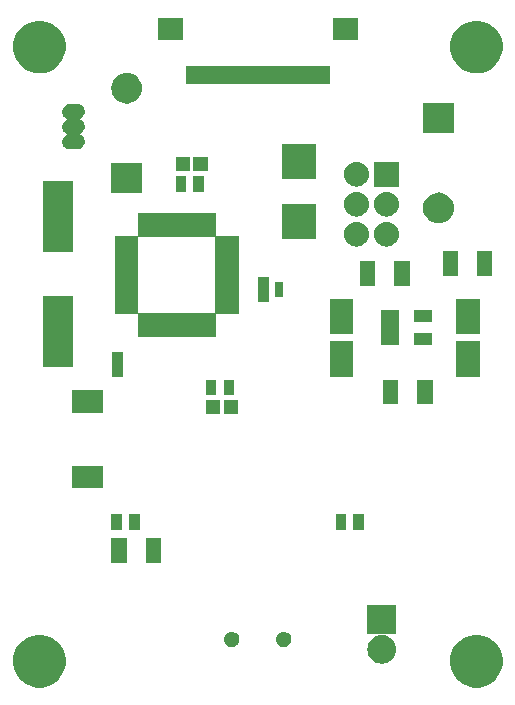
<source format=gts>
G04 #@! TF.FileFunction,Soldermask,Top*
%FSLAX46Y46*%
G04 Gerber Fmt 4.6, Leading zero omitted, Abs format (unit mm)*
G04 Created by KiCad (PCBNEW 4.0.7) date 2017 November 19, Sunday 17:56:15*
%MOMM*%
%LPD*%
G01*
G04 APERTURE LIST*
%ADD10C,0.100000*%
G04 APERTURE END LIST*
D10*
G36*
X123234436Y-131769485D02*
X123663216Y-131857501D01*
X124066729Y-132027122D01*
X124429615Y-132271891D01*
X124738048Y-132582485D01*
X124980278Y-132947069D01*
X125147078Y-133351757D01*
X125232030Y-133780797D01*
X125232030Y-133780807D01*
X125232096Y-133781141D01*
X125225115Y-134281097D01*
X125225039Y-134281431D01*
X125225039Y-134281443D01*
X125128143Y-134707936D01*
X124950105Y-135107813D01*
X124697791Y-135465492D01*
X124380804Y-135767355D01*
X124011230Y-136001893D01*
X123603133Y-136160184D01*
X123172068Y-136236192D01*
X122734446Y-136227026D01*
X122306932Y-136133031D01*
X121905827Y-135957792D01*
X121546396Y-135707980D01*
X121242329Y-135393110D01*
X121005216Y-135025183D01*
X120844081Y-134618202D01*
X120765063Y-134187670D01*
X120771175Y-133749996D01*
X120862181Y-133321846D01*
X121034618Y-132919522D01*
X121281914Y-132558355D01*
X121594653Y-132252097D01*
X121960919Y-132012420D01*
X122366764Y-131848448D01*
X122796726Y-131766428D01*
X123234436Y-131769485D01*
X123234436Y-131769485D01*
G37*
G36*
X160234436Y-131769485D02*
X160663216Y-131857501D01*
X161066729Y-132027122D01*
X161429615Y-132271891D01*
X161738048Y-132582485D01*
X161980278Y-132947069D01*
X162147078Y-133351757D01*
X162232030Y-133780797D01*
X162232030Y-133780807D01*
X162232096Y-133781141D01*
X162225115Y-134281097D01*
X162225039Y-134281431D01*
X162225039Y-134281443D01*
X162128143Y-134707936D01*
X161950105Y-135107813D01*
X161697791Y-135465492D01*
X161380804Y-135767355D01*
X161011230Y-136001893D01*
X160603133Y-136160184D01*
X160172068Y-136236192D01*
X159734446Y-136227026D01*
X159306932Y-136133031D01*
X158905827Y-135957792D01*
X158546396Y-135707980D01*
X158242329Y-135393110D01*
X158005216Y-135025183D01*
X157844081Y-134618202D01*
X157765063Y-134187670D01*
X157771175Y-133749996D01*
X157862181Y-133321846D01*
X158034618Y-132919522D01*
X158281914Y-132558355D01*
X158594653Y-132252097D01*
X158960919Y-132012420D01*
X159366764Y-131848448D01*
X159796726Y-131766428D01*
X160234436Y-131769485D01*
X160234436Y-131769485D01*
G37*
G36*
X152020838Y-131784104D02*
X152020846Y-131784105D01*
X152022862Y-131784119D01*
X152258705Y-131810573D01*
X152484917Y-131882331D01*
X152692884Y-131996662D01*
X152874683Y-132149209D01*
X153023389Y-132334163D01*
X153133340Y-132544478D01*
X153200345Y-132772144D01*
X153200348Y-132772178D01*
X153200352Y-132772191D01*
X153221857Y-133008487D01*
X153197055Y-133244462D01*
X153197052Y-133244471D01*
X153197048Y-133244511D01*
X153126870Y-133471219D01*
X153013994Y-133679979D01*
X152862719Y-133862838D01*
X152678808Y-134012832D01*
X152469266Y-134124248D01*
X152242073Y-134192841D01*
X152005884Y-134216000D01*
X151994078Y-134216000D01*
X151979162Y-134215896D01*
X151979154Y-134215895D01*
X151977138Y-134215881D01*
X151741295Y-134189427D01*
X151515083Y-134117669D01*
X151307116Y-134003338D01*
X151125317Y-133850791D01*
X150976611Y-133665837D01*
X150866660Y-133455522D01*
X150799655Y-133227856D01*
X150799652Y-133227822D01*
X150799648Y-133227809D01*
X150778143Y-132991513D01*
X150802945Y-132755538D01*
X150802948Y-132755529D01*
X150802952Y-132755489D01*
X150873130Y-132528781D01*
X150986006Y-132320021D01*
X151137281Y-132137162D01*
X151321192Y-131987168D01*
X151530734Y-131875752D01*
X151757927Y-131807159D01*
X151994116Y-131784000D01*
X152005922Y-131784000D01*
X152020838Y-131784104D01*
X152020838Y-131784104D01*
G37*
G36*
X143767868Y-131499951D02*
X143892657Y-131525567D01*
X144010093Y-131574932D01*
X144115700Y-131646164D01*
X144205467Y-131736561D01*
X144275963Y-131842665D01*
X144324506Y-131960440D01*
X144349182Y-132085062D01*
X144349182Y-132085071D01*
X144349248Y-132085405D01*
X144347216Y-132230908D01*
X144347140Y-132231242D01*
X144347140Y-132231254D01*
X144318997Y-132355130D01*
X144267182Y-132471508D01*
X144193751Y-132575603D01*
X144101494Y-132663457D01*
X143993940Y-132731713D01*
X143875170Y-132777782D01*
X143749719Y-132799901D01*
X143622357Y-132797234D01*
X143497933Y-132769877D01*
X143381206Y-132718881D01*
X143276593Y-132646173D01*
X143188104Y-132554539D01*
X143119095Y-132447460D01*
X143072201Y-132329017D01*
X143049204Y-132203716D01*
X143050983Y-132076340D01*
X143077467Y-131951738D01*
X143127652Y-131834650D01*
X143199628Y-131729532D01*
X143290638Y-131640407D01*
X143397235Y-131570652D01*
X143515349Y-131522931D01*
X143640478Y-131499061D01*
X143767868Y-131499951D01*
X143767868Y-131499951D01*
G37*
G36*
X139368588Y-131499951D02*
X139493377Y-131525567D01*
X139610813Y-131574932D01*
X139716420Y-131646164D01*
X139806187Y-131736561D01*
X139876683Y-131842665D01*
X139925226Y-131960440D01*
X139949902Y-132085062D01*
X139949902Y-132085071D01*
X139949968Y-132085405D01*
X139947936Y-132230908D01*
X139947860Y-132231242D01*
X139947860Y-132231254D01*
X139919717Y-132355130D01*
X139867902Y-132471508D01*
X139794471Y-132575603D01*
X139702214Y-132663457D01*
X139594660Y-132731713D01*
X139475890Y-132777782D01*
X139350439Y-132799901D01*
X139223077Y-132797234D01*
X139098653Y-132769877D01*
X138981926Y-132718881D01*
X138877313Y-132646173D01*
X138788824Y-132554539D01*
X138719815Y-132447460D01*
X138672921Y-132329017D01*
X138649924Y-132203716D01*
X138651703Y-132076340D01*
X138678187Y-131951738D01*
X138728372Y-131834650D01*
X138800348Y-131729532D01*
X138891358Y-131640407D01*
X138997955Y-131570652D01*
X139116069Y-131522931D01*
X139241198Y-131499061D01*
X139368588Y-131499951D01*
X139368588Y-131499951D01*
G37*
G36*
X153216000Y-131676000D02*
X150784000Y-131676000D01*
X150784000Y-129244000D01*
X153216000Y-129244000D01*
X153216000Y-131676000D01*
X153216000Y-131676000D01*
G37*
G36*
X133300000Y-125650000D02*
X132000000Y-125650000D01*
X132000000Y-123550000D01*
X133300000Y-123550000D01*
X133300000Y-125650000D01*
X133300000Y-125650000D01*
G37*
G36*
X130400000Y-125650000D02*
X129100000Y-125650000D01*
X129100000Y-123550000D01*
X130400000Y-123550000D01*
X130400000Y-125650000D01*
X130400000Y-125650000D01*
G37*
G36*
X131500000Y-122850000D02*
X130600000Y-122850000D01*
X130600000Y-121550000D01*
X131500000Y-121550000D01*
X131500000Y-122850000D01*
X131500000Y-122850000D01*
G37*
G36*
X130000000Y-122850000D02*
X129100000Y-122850000D01*
X129100000Y-121550000D01*
X130000000Y-121550000D01*
X130000000Y-122850000D01*
X130000000Y-122850000D01*
G37*
G36*
X150500000Y-122850000D02*
X149600000Y-122850000D01*
X149600000Y-121550000D01*
X150500000Y-121550000D01*
X150500000Y-122850000D01*
X150500000Y-122850000D01*
G37*
G36*
X149000000Y-122850000D02*
X148100000Y-122850000D01*
X148100000Y-121550000D01*
X149000000Y-121550000D01*
X149000000Y-122850000D01*
X149000000Y-122850000D01*
G37*
G36*
X128400000Y-119350000D02*
X125800000Y-119350000D01*
X125800000Y-117450000D01*
X128400000Y-117450000D01*
X128400000Y-119350000D01*
X128400000Y-119350000D01*
G37*
G36*
X139800000Y-113075000D02*
X138600000Y-113075000D01*
X138600000Y-111925000D01*
X139800000Y-111925000D01*
X139800000Y-113075000D01*
X139800000Y-113075000D01*
G37*
G36*
X138300000Y-113075000D02*
X137100000Y-113075000D01*
X137100000Y-111925000D01*
X138300000Y-111925000D01*
X138300000Y-113075000D01*
X138300000Y-113075000D01*
G37*
G36*
X128400000Y-112950000D02*
X125800000Y-112950000D01*
X125800000Y-111050000D01*
X128400000Y-111050000D01*
X128400000Y-112950000D01*
X128400000Y-112950000D01*
G37*
G36*
X153400000Y-112250000D02*
X152100000Y-112250000D01*
X152100000Y-110150000D01*
X153400000Y-110150000D01*
X153400000Y-112250000D01*
X153400000Y-112250000D01*
G37*
G36*
X156300000Y-112250000D02*
X155000000Y-112250000D01*
X155000000Y-110150000D01*
X156300000Y-110150000D01*
X156300000Y-112250000D01*
X156300000Y-112250000D01*
G37*
G36*
X139500000Y-111450000D02*
X138600000Y-111450000D01*
X138600000Y-110150000D01*
X139500000Y-110150000D01*
X139500000Y-111450000D01*
X139500000Y-111450000D01*
G37*
G36*
X138000000Y-111450000D02*
X137100000Y-111450000D01*
X137100000Y-110150000D01*
X138000000Y-110150000D01*
X138000000Y-111450000D01*
X138000000Y-111450000D01*
G37*
G36*
X130050000Y-109900000D02*
X129150000Y-109900000D01*
X129150000Y-107800000D01*
X130050000Y-107800000D01*
X130050000Y-109900000D01*
X130050000Y-109900000D01*
G37*
G36*
X160300000Y-109900000D02*
X158300000Y-109900000D01*
X158300000Y-106900000D01*
X160300000Y-106900000D01*
X160300000Y-109900000D01*
X160300000Y-109900000D01*
G37*
G36*
X149600000Y-109900000D02*
X147600000Y-109900000D01*
X147600000Y-106900000D01*
X149600000Y-106900000D01*
X149600000Y-109900000D01*
X149600000Y-109900000D01*
G37*
G36*
X125850290Y-109049210D02*
X123349710Y-109049210D01*
X123349710Y-103048510D01*
X125850290Y-103048510D01*
X125850290Y-109049210D01*
X125850290Y-109049210D01*
G37*
G36*
X156250000Y-107200000D02*
X154750000Y-107200000D01*
X154750000Y-106200000D01*
X156250000Y-106200000D01*
X156250000Y-107200000D01*
X156250000Y-107200000D01*
G37*
G36*
X153450000Y-107200000D02*
X151950000Y-107200000D01*
X151950000Y-104300000D01*
X153450000Y-104300000D01*
X153450000Y-107200000D01*
X153450000Y-107200000D01*
G37*
G36*
X137925000Y-97975000D02*
X137926980Y-97988930D01*
X137932761Y-98001756D01*
X137941888Y-98012464D01*
X137953636Y-98020206D01*
X137967076Y-98024368D01*
X137975000Y-98025000D01*
X139900000Y-98025000D01*
X139900000Y-104575000D01*
X137975000Y-104575000D01*
X137961070Y-104576980D01*
X137948244Y-104582761D01*
X137937536Y-104591888D01*
X137929794Y-104603636D01*
X137925632Y-104617076D01*
X137925000Y-104625000D01*
X137925000Y-106550000D01*
X131375000Y-106550000D01*
X131375000Y-104625000D01*
X131373020Y-104611070D01*
X131367239Y-104598244D01*
X131358112Y-104587536D01*
X131346364Y-104579794D01*
X131332924Y-104575632D01*
X131325000Y-104575000D01*
X129400000Y-104575000D01*
X129400000Y-98100000D01*
X131400000Y-98100000D01*
X131400000Y-104500000D01*
X131401980Y-104513930D01*
X131407761Y-104526756D01*
X131416888Y-104537464D01*
X131428636Y-104545206D01*
X131442076Y-104549368D01*
X131450000Y-104550000D01*
X137850000Y-104550000D01*
X137863930Y-104548020D01*
X137876756Y-104542239D01*
X137887464Y-104533112D01*
X137895206Y-104521364D01*
X137899368Y-104507924D01*
X137900000Y-104500000D01*
X137900000Y-98100000D01*
X137898020Y-98086070D01*
X137892239Y-98073244D01*
X137883112Y-98062536D01*
X137871364Y-98054794D01*
X137857924Y-98050632D01*
X137850000Y-98050000D01*
X131450000Y-98050000D01*
X131436070Y-98051980D01*
X131423244Y-98057761D01*
X131412536Y-98066888D01*
X131404794Y-98078636D01*
X131400632Y-98092076D01*
X131400000Y-98100000D01*
X129400000Y-98100000D01*
X129400000Y-98025000D01*
X131325000Y-98025000D01*
X131338930Y-98023020D01*
X131351756Y-98017239D01*
X131362464Y-98008112D01*
X131370206Y-97996364D01*
X131374368Y-97982924D01*
X131375000Y-97975000D01*
X131375000Y-96050000D01*
X137925000Y-96050000D01*
X137925000Y-97975000D01*
X137925000Y-97975000D01*
G37*
G36*
X160300000Y-106300000D02*
X158300000Y-106300000D01*
X158300000Y-103300000D01*
X160300000Y-103300000D01*
X160300000Y-106300000D01*
X160300000Y-106300000D01*
G37*
G36*
X149600000Y-106300000D02*
X147600000Y-106300000D01*
X147600000Y-103300000D01*
X149600000Y-103300000D01*
X149600000Y-106300000D01*
X149600000Y-106300000D01*
G37*
G36*
X156250000Y-105300000D02*
X154750000Y-105300000D01*
X154750000Y-104300000D01*
X156250000Y-104300000D01*
X156250000Y-105300000D01*
X156250000Y-105300000D01*
G37*
G36*
X142450000Y-103600000D02*
X141550000Y-103600000D01*
X141550000Y-101500000D01*
X142450000Y-101500000D01*
X142450000Y-103600000D01*
X142450000Y-103600000D01*
G37*
G36*
X143675000Y-103150000D02*
X142925000Y-103150000D01*
X142925000Y-101900000D01*
X143675000Y-101900000D01*
X143675000Y-103150000D01*
X143675000Y-103150000D01*
G37*
G36*
X151450000Y-102250000D02*
X150150000Y-102250000D01*
X150150000Y-100150000D01*
X151450000Y-100150000D01*
X151450000Y-102250000D01*
X151450000Y-102250000D01*
G37*
G36*
X154350000Y-102250000D02*
X153050000Y-102250000D01*
X153050000Y-100150000D01*
X154350000Y-100150000D01*
X154350000Y-102250000D01*
X154350000Y-102250000D01*
G37*
G36*
X158450000Y-101350000D02*
X157150000Y-101350000D01*
X157150000Y-99250000D01*
X158450000Y-99250000D01*
X158450000Y-101350000D01*
X158450000Y-101350000D01*
G37*
G36*
X161350000Y-101350000D02*
X160050000Y-101350000D01*
X160050000Y-99250000D01*
X161350000Y-99250000D01*
X161350000Y-101350000D01*
X161350000Y-101350000D01*
G37*
G36*
X125850290Y-99351490D02*
X123349710Y-99351490D01*
X123349710Y-93350790D01*
X125850290Y-93350790D01*
X125850290Y-99351490D01*
X125850290Y-99351490D01*
G37*
G36*
X149874470Y-96790065D02*
X149879741Y-96790102D01*
X150083388Y-96812945D01*
X150278720Y-96874908D01*
X150458296Y-96973631D01*
X150615277Y-97105353D01*
X150743684Y-97265059D01*
X150838624Y-97446663D01*
X150896483Y-97643250D01*
X150896487Y-97643289D01*
X150896489Y-97643297D01*
X150915057Y-97847328D01*
X150893642Y-98051082D01*
X150893639Y-98051091D01*
X150893635Y-98051132D01*
X150833037Y-98246891D01*
X150735570Y-98427153D01*
X150604947Y-98585049D01*
X150446142Y-98714567D01*
X150265205Y-98810773D01*
X150069027Y-98870003D01*
X149865081Y-98890000D01*
X149854882Y-98890000D01*
X149845530Y-98889935D01*
X149840259Y-98889898D01*
X149636612Y-98867055D01*
X149441280Y-98805092D01*
X149261704Y-98706369D01*
X149104723Y-98574647D01*
X148976316Y-98414941D01*
X148881376Y-98233337D01*
X148823517Y-98036750D01*
X148823513Y-98036711D01*
X148823511Y-98036703D01*
X148804943Y-97832672D01*
X148826358Y-97628918D01*
X148826361Y-97628909D01*
X148826365Y-97628868D01*
X148886963Y-97433109D01*
X148984430Y-97252847D01*
X149115053Y-97094951D01*
X149273858Y-96965433D01*
X149454795Y-96869227D01*
X149650973Y-96809997D01*
X149854919Y-96790000D01*
X149865118Y-96790000D01*
X149874470Y-96790065D01*
X149874470Y-96790065D01*
G37*
G36*
X152414470Y-96790065D02*
X152419741Y-96790102D01*
X152623388Y-96812945D01*
X152818720Y-96874908D01*
X152998296Y-96973631D01*
X153155277Y-97105353D01*
X153283684Y-97265059D01*
X153378624Y-97446663D01*
X153436483Y-97643250D01*
X153436487Y-97643289D01*
X153436489Y-97643297D01*
X153455057Y-97847328D01*
X153433642Y-98051082D01*
X153433639Y-98051091D01*
X153433635Y-98051132D01*
X153373037Y-98246891D01*
X153275570Y-98427153D01*
X153144947Y-98585049D01*
X152986142Y-98714567D01*
X152805205Y-98810773D01*
X152609027Y-98870003D01*
X152405081Y-98890000D01*
X152394882Y-98890000D01*
X152385530Y-98889935D01*
X152380259Y-98889898D01*
X152176612Y-98867055D01*
X151981280Y-98805092D01*
X151801704Y-98706369D01*
X151644723Y-98574647D01*
X151516316Y-98414941D01*
X151421376Y-98233337D01*
X151363517Y-98036750D01*
X151363513Y-98036711D01*
X151363511Y-98036703D01*
X151344943Y-97832672D01*
X151366358Y-97628918D01*
X151366361Y-97628909D01*
X151366365Y-97628868D01*
X151426963Y-97433109D01*
X151524430Y-97252847D01*
X151655053Y-97094951D01*
X151813858Y-96965433D01*
X151994795Y-96869227D01*
X152190973Y-96809997D01*
X152394919Y-96790000D01*
X152405118Y-96790000D01*
X152414470Y-96790065D01*
X152414470Y-96790065D01*
G37*
G36*
X146450000Y-98225000D02*
X143550000Y-98225000D01*
X143550000Y-95275000D01*
X146450000Y-95275000D01*
X146450000Y-98225000D01*
X146450000Y-98225000D01*
G37*
G36*
X157061351Y-94340254D02*
X157061364Y-94340258D01*
X157061401Y-94340262D01*
X157303770Y-94415288D01*
X157526951Y-94535961D01*
X157722442Y-94697686D01*
X157882798Y-94894301D01*
X158001910Y-95118319D01*
X158075242Y-95361205D01*
X158100000Y-95613710D01*
X158100000Y-95626290D01*
X158099873Y-95644441D01*
X158071592Y-95896575D01*
X157994876Y-96138414D01*
X157872648Y-96360747D01*
X157709562Y-96555104D01*
X157511832Y-96714084D01*
X157286989Y-96831629D01*
X157043596Y-96903263D01*
X157043562Y-96903266D01*
X157043549Y-96903270D01*
X156790926Y-96926261D01*
X156538649Y-96899746D01*
X156538636Y-96899742D01*
X156538599Y-96899738D01*
X156296230Y-96824712D01*
X156073049Y-96704039D01*
X155877558Y-96542314D01*
X155717202Y-96345699D01*
X155598090Y-96121681D01*
X155524758Y-95878795D01*
X155500000Y-95626290D01*
X155500000Y-95613710D01*
X155500127Y-95595559D01*
X155528408Y-95343425D01*
X155605124Y-95101586D01*
X155727352Y-94879253D01*
X155890438Y-94684896D01*
X156088168Y-94525916D01*
X156313011Y-94408371D01*
X156556404Y-94336737D01*
X156556438Y-94336734D01*
X156556451Y-94336730D01*
X156809074Y-94313739D01*
X157061351Y-94340254D01*
X157061351Y-94340254D01*
G37*
G36*
X152414470Y-94250065D02*
X152419741Y-94250102D01*
X152623388Y-94272945D01*
X152818720Y-94334908D01*
X152998296Y-94433631D01*
X153155277Y-94565353D01*
X153283684Y-94725059D01*
X153378624Y-94906663D01*
X153436483Y-95103250D01*
X153436487Y-95103289D01*
X153436489Y-95103297D01*
X153455057Y-95307328D01*
X153433642Y-95511082D01*
X153433639Y-95511091D01*
X153433635Y-95511132D01*
X153373037Y-95706891D01*
X153275570Y-95887153D01*
X153144947Y-96045049D01*
X152986142Y-96174567D01*
X152805205Y-96270773D01*
X152609027Y-96330003D01*
X152405081Y-96350000D01*
X152394882Y-96350000D01*
X152385530Y-96349935D01*
X152380259Y-96349898D01*
X152176612Y-96327055D01*
X151981280Y-96265092D01*
X151801704Y-96166369D01*
X151644723Y-96034647D01*
X151516316Y-95874941D01*
X151421376Y-95693337D01*
X151363517Y-95496750D01*
X151363513Y-95496711D01*
X151363511Y-95496703D01*
X151344943Y-95292672D01*
X151366358Y-95088918D01*
X151366361Y-95088909D01*
X151366365Y-95088868D01*
X151426963Y-94893109D01*
X151524430Y-94712847D01*
X151655053Y-94554951D01*
X151813858Y-94425433D01*
X151994795Y-94329227D01*
X152190973Y-94269997D01*
X152394919Y-94250000D01*
X152405118Y-94250000D01*
X152414470Y-94250065D01*
X152414470Y-94250065D01*
G37*
G36*
X149874470Y-94250065D02*
X149879741Y-94250102D01*
X150083388Y-94272945D01*
X150278720Y-94334908D01*
X150458296Y-94433631D01*
X150615277Y-94565353D01*
X150743684Y-94725059D01*
X150838624Y-94906663D01*
X150896483Y-95103250D01*
X150896487Y-95103289D01*
X150896489Y-95103297D01*
X150915057Y-95307328D01*
X150893642Y-95511082D01*
X150893639Y-95511091D01*
X150893635Y-95511132D01*
X150833037Y-95706891D01*
X150735570Y-95887153D01*
X150604947Y-96045049D01*
X150446142Y-96174567D01*
X150265205Y-96270773D01*
X150069027Y-96330003D01*
X149865081Y-96350000D01*
X149854882Y-96350000D01*
X149845530Y-96349935D01*
X149840259Y-96349898D01*
X149636612Y-96327055D01*
X149441280Y-96265092D01*
X149261704Y-96166369D01*
X149104723Y-96034647D01*
X148976316Y-95874941D01*
X148881376Y-95693337D01*
X148823517Y-95496750D01*
X148823513Y-95496711D01*
X148823511Y-95496703D01*
X148804943Y-95292672D01*
X148826358Y-95088918D01*
X148826361Y-95088909D01*
X148826365Y-95088868D01*
X148886963Y-94893109D01*
X148984430Y-94712847D01*
X149115053Y-94554951D01*
X149273858Y-94425433D01*
X149454795Y-94329227D01*
X149650973Y-94269997D01*
X149854919Y-94250000D01*
X149865118Y-94250000D01*
X149874470Y-94250065D01*
X149874470Y-94250065D01*
G37*
G36*
X131700000Y-94400000D02*
X129100000Y-94400000D01*
X129100000Y-91800000D01*
X131700000Y-91800000D01*
X131700000Y-94400000D01*
X131700000Y-94400000D01*
G37*
G36*
X136950000Y-94250000D02*
X136050000Y-94250000D01*
X136050000Y-92950000D01*
X136950000Y-92950000D01*
X136950000Y-94250000D01*
X136950000Y-94250000D01*
G37*
G36*
X135450000Y-94250000D02*
X134550000Y-94250000D01*
X134550000Y-92950000D01*
X135450000Y-92950000D01*
X135450000Y-94250000D01*
X135450000Y-94250000D01*
G37*
G36*
X153450000Y-93810000D02*
X151350000Y-93810000D01*
X151350000Y-91710000D01*
X153450000Y-91710000D01*
X153450000Y-93810000D01*
X153450000Y-93810000D01*
G37*
G36*
X149874470Y-91710065D02*
X149879741Y-91710102D01*
X150083388Y-91732945D01*
X150278720Y-91794908D01*
X150458296Y-91893631D01*
X150615277Y-92025353D01*
X150743684Y-92185059D01*
X150838624Y-92366663D01*
X150896483Y-92563250D01*
X150896487Y-92563289D01*
X150896489Y-92563297D01*
X150915057Y-92767328D01*
X150893642Y-92971082D01*
X150893639Y-92971091D01*
X150893635Y-92971132D01*
X150833037Y-93166891D01*
X150735570Y-93347153D01*
X150604947Y-93505049D01*
X150446142Y-93634567D01*
X150265205Y-93730773D01*
X150069027Y-93790003D01*
X149865081Y-93810000D01*
X149854882Y-93810000D01*
X149845530Y-93809935D01*
X149840259Y-93809898D01*
X149636612Y-93787055D01*
X149441280Y-93725092D01*
X149261704Y-93626369D01*
X149104723Y-93494647D01*
X148976316Y-93334941D01*
X148881376Y-93153337D01*
X148823517Y-92956750D01*
X148823513Y-92956711D01*
X148823511Y-92956703D01*
X148804943Y-92752672D01*
X148826358Y-92548918D01*
X148826361Y-92548909D01*
X148826365Y-92548868D01*
X148886963Y-92353109D01*
X148984430Y-92172847D01*
X149115053Y-92014951D01*
X149273858Y-91885433D01*
X149454795Y-91789227D01*
X149650973Y-91729997D01*
X149854919Y-91710000D01*
X149865118Y-91710000D01*
X149874470Y-91710065D01*
X149874470Y-91710065D01*
G37*
G36*
X146450000Y-93175000D02*
X143550000Y-93175000D01*
X143550000Y-90225000D01*
X146450000Y-90225000D01*
X146450000Y-93175000D01*
X146450000Y-93175000D01*
G37*
G36*
X135750000Y-92475000D02*
X134550000Y-92475000D01*
X134550000Y-91325000D01*
X135750000Y-91325000D01*
X135750000Y-92475000D01*
X135750000Y-92475000D01*
G37*
G36*
X137250000Y-92475000D02*
X136050000Y-92475000D01*
X136050000Y-91325000D01*
X137250000Y-91325000D01*
X137250000Y-92475000D01*
X137250000Y-92475000D01*
G37*
G36*
X126211361Y-86810460D02*
X126214659Y-86810483D01*
X126340644Y-86824615D01*
X126461486Y-86862948D01*
X126572580Y-86924023D01*
X126669696Y-87005513D01*
X126749134Y-87104314D01*
X126807869Y-87216663D01*
X126843663Y-87338281D01*
X126843666Y-87338311D01*
X126843671Y-87338329D01*
X126855156Y-87464532D01*
X126841908Y-87590568D01*
X126841905Y-87590578D01*
X126841901Y-87590616D01*
X126804413Y-87711722D01*
X126744115Y-87823241D01*
X126663305Y-87920923D01*
X126565061Y-88001049D01*
X126471117Y-88051000D01*
X126460466Y-88058764D01*
X126451855Y-88069891D01*
X126446685Y-88082976D01*
X126445365Y-88096984D01*
X126447999Y-88110805D01*
X126454380Y-88123344D01*
X126464002Y-88133609D01*
X126470055Y-88137659D01*
X126572580Y-88194023D01*
X126669696Y-88275513D01*
X126749134Y-88374314D01*
X126807869Y-88486663D01*
X126843663Y-88608281D01*
X126843666Y-88608311D01*
X126843671Y-88608329D01*
X126855156Y-88734532D01*
X126841908Y-88860568D01*
X126841905Y-88860578D01*
X126841901Y-88860616D01*
X126804413Y-88981722D01*
X126744115Y-89093241D01*
X126663305Y-89190923D01*
X126565061Y-89271049D01*
X126471117Y-89321000D01*
X126460466Y-89328764D01*
X126451855Y-89339891D01*
X126446685Y-89352976D01*
X126445365Y-89366984D01*
X126447999Y-89380805D01*
X126454380Y-89393344D01*
X126464002Y-89403609D01*
X126470055Y-89407659D01*
X126572580Y-89464023D01*
X126669696Y-89545513D01*
X126749134Y-89644314D01*
X126807869Y-89756663D01*
X126843663Y-89878281D01*
X126843666Y-89878311D01*
X126843671Y-89878329D01*
X126855156Y-90004532D01*
X126841908Y-90130568D01*
X126841905Y-90130578D01*
X126841901Y-90130616D01*
X126804413Y-90251722D01*
X126744115Y-90363241D01*
X126663305Y-90460923D01*
X126565061Y-90541049D01*
X126453125Y-90600567D01*
X126331760Y-90637209D01*
X126205589Y-90649580D01*
X125594373Y-90649580D01*
X125588639Y-90649540D01*
X125585341Y-90649517D01*
X125459356Y-90635385D01*
X125338514Y-90597052D01*
X125227420Y-90535977D01*
X125130304Y-90454487D01*
X125050866Y-90355686D01*
X124992131Y-90243337D01*
X124956337Y-90121719D01*
X124956334Y-90121689D01*
X124956329Y-90121671D01*
X124944844Y-89995468D01*
X124958092Y-89869432D01*
X124958095Y-89869422D01*
X124958099Y-89869384D01*
X124995587Y-89748278D01*
X125055885Y-89636759D01*
X125136695Y-89539077D01*
X125234939Y-89458951D01*
X125328883Y-89409000D01*
X125339534Y-89401236D01*
X125348145Y-89390109D01*
X125353315Y-89377024D01*
X125354635Y-89363016D01*
X125352001Y-89349195D01*
X125345620Y-89336656D01*
X125335998Y-89326391D01*
X125329945Y-89322341D01*
X125227420Y-89265977D01*
X125130304Y-89184487D01*
X125050866Y-89085686D01*
X124992131Y-88973337D01*
X124956337Y-88851719D01*
X124956334Y-88851689D01*
X124956329Y-88851671D01*
X124944844Y-88725468D01*
X124958092Y-88599432D01*
X124958095Y-88599422D01*
X124958099Y-88599384D01*
X124995587Y-88478278D01*
X125055885Y-88366759D01*
X125136695Y-88269077D01*
X125234939Y-88188951D01*
X125328883Y-88139000D01*
X125339534Y-88131236D01*
X125348145Y-88120109D01*
X125353315Y-88107024D01*
X125354635Y-88093016D01*
X125352001Y-88079195D01*
X125345620Y-88066656D01*
X125335998Y-88056391D01*
X125329945Y-88052341D01*
X125227420Y-87995977D01*
X125130304Y-87914487D01*
X125050866Y-87815686D01*
X124992131Y-87703337D01*
X124956337Y-87581719D01*
X124956334Y-87581689D01*
X124956329Y-87581671D01*
X124944844Y-87455468D01*
X124958092Y-87329432D01*
X124958095Y-87329422D01*
X124958099Y-87329384D01*
X124995587Y-87208278D01*
X125055885Y-87096759D01*
X125136695Y-86999077D01*
X125234939Y-86918951D01*
X125346875Y-86859433D01*
X125468240Y-86822791D01*
X125594411Y-86810420D01*
X126205627Y-86810420D01*
X126211361Y-86810460D01*
X126211361Y-86810460D01*
G37*
G36*
X158100000Y-89300000D02*
X155500000Y-89300000D01*
X155500000Y-86700000D01*
X158100000Y-86700000D01*
X158100000Y-89300000D01*
X158100000Y-89300000D01*
G37*
G36*
X130661351Y-84200254D02*
X130661364Y-84200258D01*
X130661401Y-84200262D01*
X130903770Y-84275288D01*
X131126951Y-84395961D01*
X131322442Y-84557686D01*
X131482798Y-84754301D01*
X131601910Y-84978319D01*
X131675242Y-85221205D01*
X131700000Y-85473710D01*
X131700000Y-85486290D01*
X131699873Y-85504441D01*
X131671592Y-85756575D01*
X131594876Y-85998414D01*
X131472648Y-86220747D01*
X131309562Y-86415104D01*
X131111832Y-86574084D01*
X130886989Y-86691629D01*
X130643596Y-86763263D01*
X130643562Y-86763266D01*
X130643549Y-86763270D01*
X130390926Y-86786261D01*
X130138649Y-86759746D01*
X130138636Y-86759742D01*
X130138599Y-86759738D01*
X129896230Y-86684712D01*
X129673049Y-86564039D01*
X129477558Y-86402314D01*
X129317202Y-86205699D01*
X129198090Y-85981681D01*
X129124758Y-85738795D01*
X129100000Y-85486290D01*
X129100000Y-85473710D01*
X129100127Y-85455559D01*
X129128408Y-85203425D01*
X129205124Y-84961586D01*
X129327352Y-84739253D01*
X129490438Y-84544896D01*
X129688168Y-84385916D01*
X129913011Y-84268371D01*
X130156404Y-84196737D01*
X130156438Y-84196734D01*
X130156451Y-84196730D01*
X130409074Y-84173739D01*
X130661351Y-84200254D01*
X130661351Y-84200254D01*
G37*
G36*
X147600000Y-85100000D02*
X135450000Y-85100000D01*
X135450000Y-83600000D01*
X147600000Y-83600000D01*
X147600000Y-85100000D01*
X147600000Y-85100000D01*
G37*
G36*
X160234436Y-79769485D02*
X160663216Y-79857501D01*
X161066729Y-80027122D01*
X161429615Y-80271891D01*
X161738048Y-80582485D01*
X161980278Y-80947069D01*
X162147078Y-81351757D01*
X162232030Y-81780797D01*
X162232030Y-81780807D01*
X162232096Y-81781141D01*
X162225115Y-82281097D01*
X162225039Y-82281431D01*
X162225039Y-82281443D01*
X162128143Y-82707936D01*
X161950105Y-83107813D01*
X161697791Y-83465492D01*
X161380804Y-83767355D01*
X161011230Y-84001893D01*
X160603133Y-84160184D01*
X160172068Y-84236192D01*
X159734446Y-84227026D01*
X159306932Y-84133031D01*
X158905827Y-83957792D01*
X158546396Y-83707980D01*
X158242329Y-83393110D01*
X158005216Y-83025183D01*
X157844081Y-82618202D01*
X157765063Y-82187670D01*
X157771175Y-81749996D01*
X157862181Y-81321846D01*
X158034618Y-80919522D01*
X158281914Y-80558355D01*
X158594653Y-80252097D01*
X158960919Y-80012420D01*
X159366764Y-79848448D01*
X159796726Y-79766428D01*
X160234436Y-79769485D01*
X160234436Y-79769485D01*
G37*
G36*
X123234436Y-79769485D02*
X123663216Y-79857501D01*
X124066729Y-80027122D01*
X124429615Y-80271891D01*
X124738048Y-80582485D01*
X124980278Y-80947069D01*
X125147078Y-81351757D01*
X125232030Y-81780797D01*
X125232030Y-81780807D01*
X125232096Y-81781141D01*
X125225115Y-82281097D01*
X125225039Y-82281431D01*
X125225039Y-82281443D01*
X125128143Y-82707936D01*
X124950105Y-83107813D01*
X124697791Y-83465492D01*
X124380804Y-83767355D01*
X124011230Y-84001893D01*
X123603133Y-84160184D01*
X123172068Y-84236192D01*
X122734446Y-84227026D01*
X122306932Y-84133031D01*
X121905827Y-83957792D01*
X121546396Y-83707980D01*
X121242329Y-83393110D01*
X121005216Y-83025183D01*
X120844081Y-82618202D01*
X120765063Y-82187670D01*
X120771175Y-81749996D01*
X120862181Y-81321846D01*
X121034618Y-80919522D01*
X121281914Y-80558355D01*
X121594653Y-80252097D01*
X121960919Y-80012420D01*
X122366764Y-79848448D01*
X122796726Y-79766428D01*
X123234436Y-79769485D01*
X123234436Y-79769485D01*
G37*
G36*
X135175000Y-81400000D02*
X133075000Y-81400000D01*
X133075000Y-79500000D01*
X135175000Y-79500000D01*
X135175000Y-81400000D01*
X135175000Y-81400000D01*
G37*
G36*
X149975000Y-81400000D02*
X147875000Y-81400000D01*
X147875000Y-79500000D01*
X149975000Y-79500000D01*
X149975000Y-81400000D01*
X149975000Y-81400000D01*
G37*
M02*

</source>
